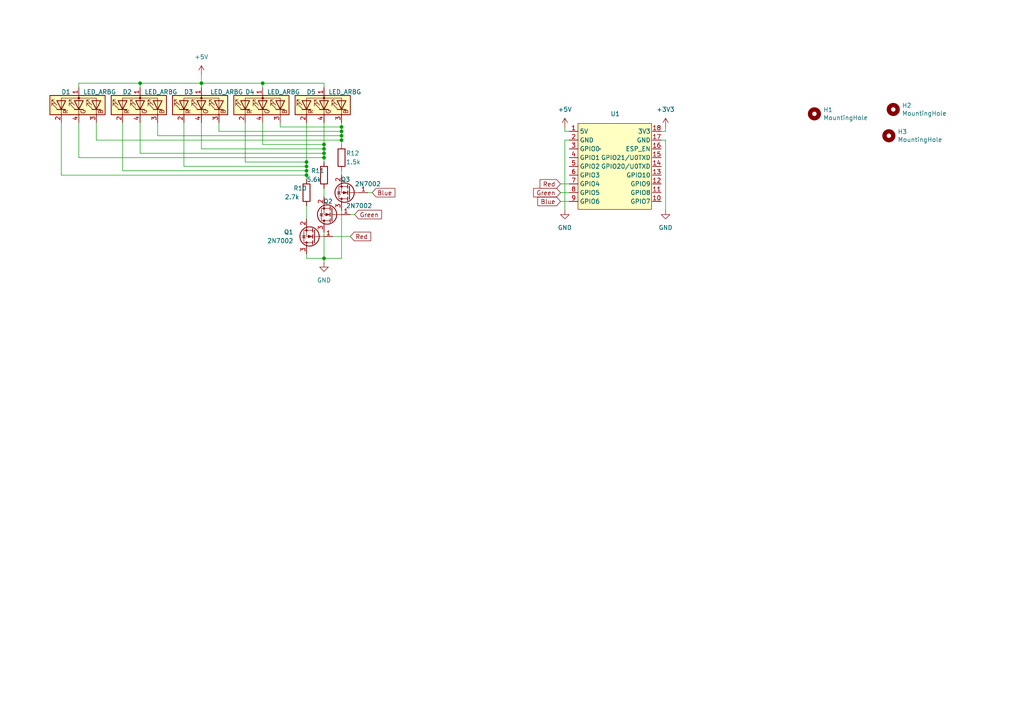
<source format=kicad_sch>
(kicad_sch (version 20230121) (generator eeschema)
  (paper "A4")
  (title_block (title "Rapid Training Target") (date "2023-06-07") (rev "A"))
  (lib_symbols
    (symbol "+5V_1" (power) (pin_names (offset 0))
      (property "Value" "+5V_1" (at 0 3.556 0))
      (symbol "+5V_1_0_1"
        (polyline (pts (xy -0.762 1.27) (xy 0 2.54)))
        (polyline (pts (xy 0 0) (xy 0 2.54)))
        (polyline (pts (xy 0 2.54) (xy 0.762 1.27)))
      )
      (symbol "+5V_1_1_1"
        (pin power_in line (at 0 0 90) (length 0) hide (name "+5V") (number "1"))
      )
    )
    (symbol "Device:LED_ARBG" (pin_names (offset 0) hide)
      (property "Reference" "D" (at 0 9.398 0))
      (property "Value" "LED_ARBG" (at 0 -8.89 0))
      (symbol "LED_ARBG_0_0"
        (text "B" (at -1.905 -6.35 0) (effects (font (size 1.27 1.27))))
        (text "G" (at -1.905 -1.27 0) (effects (font (size 1.27 1.27))))
        (text "R" (at -1.905 3.81 0) (effects (font (size 1.27 1.27))))
      )
      (symbol "LED_ARBG_0_1"
        (polyline (pts (xy -1.27 -5.08) (xy -2.54 -5.08)))
        (polyline (pts (xy -1.27 -5.08) (xy 1.27 -5.08)))
        (polyline (pts (xy -1.27 -3.81) (xy -1.27 -6.35)) (stroke (width 0.254)))
        (polyline (pts (xy -1.27 0) (xy -2.54 0)))
        (polyline (pts (xy -1.27 1.27) (xy -1.27 -1.27)) (stroke (width 0.254)))
        (polyline (pts (xy -1.27 5.08) (xy -2.54 5.08)))
        (polyline (pts (xy -1.27 5.08) (xy 1.27 5.08)))
        (polyline (pts (xy -1.27 6.35) (xy -1.27 3.81)) (stroke (width 0.254)))
        (polyline (pts (xy 1.27 0) (xy -1.27 0)))
        (polyline (pts (xy 1.27 0) (xy 2.54 0)))
        (polyline (pts (xy -1.27 1.27) (xy -1.27 -1.27) (xy -1.27 -1.27)))
        (polyline (pts (xy -1.27 6.35) (xy -1.27 3.81) (xy -1.27 3.81)))
        (polyline (pts (xy 1.27 -5.08) (xy 2.032 -5.08) (xy 2.032 5.08) (xy 1.27 5.08)))
        (polyline (pts (xy 1.27 -3.81) (xy 1.27 -6.35) (xy -1.27 -5.08) (xy 1.27 -3.81)) (stroke (width 0.254)))
        (polyline (pts (xy 1.27 1.27) (xy 1.27 -1.27) (xy -1.27 0) (xy 1.27 1.27)) (stroke (width 0.254)))
        (polyline (pts (xy 1.27 6.35) (xy 1.27 3.81) (xy -1.27 5.08) (xy 1.27 6.35)) (stroke (width 0.254)))
        (polyline (pts (xy -1.016 -3.81) (xy 0.508 -2.286) (xy -0.254 -2.286) (xy 0.508 -2.286) (xy 0.508 -3.048)))
        (polyline (pts (xy -1.016 1.27) (xy 0.508 2.794) (xy -0.254 2.794) (xy 0.508 2.794) (xy 0.508 2.032)))
        (polyline (pts (xy -1.016 6.35) (xy 0.508 7.874) (xy -0.254 7.874) (xy 0.508 7.874) (xy 0.508 7.112)))
        (polyline (pts (xy 0 -3.81) (xy 1.524 -2.286) (xy 0.762 -2.286) (xy 1.524 -2.286) (xy 1.524 -3.048)))
        (polyline (pts (xy 0 1.27) (xy 1.524 2.794) (xy 0.762 2.794) (xy 1.524 2.794) (xy 1.524 2.032)))
        (polyline (pts (xy 0 6.35) (xy 1.524 7.874) (xy 0.762 7.874) (xy 1.524 7.874) (xy 1.524 7.112)))
        (rectangle (start 1.27 -1.27) (end 1.27 1.27))
        (rectangle (start 1.27 1.27) (end 1.27 1.27))
        (rectangle (start 1.27 3.81) (end 1.27 6.35))
        (rectangle (start 1.27 6.35) (end 1.27 6.35))
        (circle (center 2.032 0) (radius 0.254) (fill (type outline)))
        (rectangle (start 2.794 8.382) (end -2.794 -7.62) (stroke (width 0.254)) (fill (type background)))
      )
      (symbol "LED_ARBG_1_1"
        (pin passive line (at 5.08 0 180) (length 2.54) (name "A") (number "1"))
        (pin passive line (at -5.08 5.08 0) (length 2.54) (name "RK") (number "2"))
        (pin passive line (at -5.08 -5.08 0) (length 2.54) (name "BK") (number "3"))
        (pin passive line (at -5.08 0 0) (length 2.54) (name "GK") (number "4"))
      )
    )
    (symbol "Device:R" (pin_numbers hide) (pin_names (offset 0))
      (property "Reference" "R" (at 2.032 0 90))
      (property "Value" "R" (at 0 0 90))
      (symbol "R_0_1"
        (rectangle (start -1.016 -2.54) (end 1.016 2.54) (stroke (width 0.254)))
      )
      (symbol "R_1_1"
        (pin passive line (at 0 3.81 270) (length 1.27) (name "~") (number "1"))
        (pin passive line (at 0 -3.81 90) (length 1.27) (name "~") (number "2"))
      )
    )
    (symbol "GND_1" (power) (pin_names (offset 0))
      (property "Value" "GND_1" (at 0 -3.81 0))
      (symbol "GND_1_0_1"
        (polyline (pts (xy 0 0) (xy 0 -1.27) (xy 1.27 -1.27) (xy 0 -2.54) (xy -1.27 -1.27) (xy 0 -1.27)))
      )
      (symbol "GND_1_1_1"
        (pin power_in line (at 0 0 270) (length 0) hide (name "GND") (number "1"))
      )
    )
    (symbol "Mechanical:MountingHole" (pin_names (offset 1.016))
      (property "Reference" "H" (at 0 5.08 0))
      (property "Value" "MountingHole" (at 0 3.175 0))
      (symbol "MountingHole_0_1"
        (circle (center 0 0) (radius 1.27) (stroke (width 1.27)))
      )
    )
    (symbol "Transistor_FET:2N7002" (pin_names hide)
      (property "Reference" "Q" (at 5.08 1.905 0))
      (property "Value" "2N7002" (at 5.08 0 0))
      (symbol "2N7002_0_1"
        (polyline (pts (xy 0.254 0) (xy -2.54 0)))
        (polyline (pts (xy 0.254 1.905) (xy 0.254 -1.905)) (stroke (width 0.254)))
        (polyline (pts (xy 0.762 -1.27) (xy 0.762 -2.286)) (stroke (width 0.254)))
        (polyline (pts (xy 0.762 0.508) (xy 0.762 -0.508)) (stroke (width 0.254)))
        (polyline (pts (xy 0.762 2.286) (xy 0.762 1.27)) (stroke (width 0.254)))
        (polyline (pts (xy 2.54 2.54) (xy 2.54 1.778)))
        (polyline (pts (xy 2.54 -2.54) (xy 2.54 0) (xy 0.762 0)))
        (polyline (pts (xy 0.762 -1.778) (xy 3.302 -1.778) (xy 3.302 1.778) (xy 0.762 1.778)))
        (polyline (pts (xy 1.016 0) (xy 2.032 0.381) (xy 2.032 -0.381) (xy 1.016 0)) (fill (type outline)))
        (polyline (pts (xy 2.794 0.508) (xy 2.921 0.381) (xy 3.683 0.381) (xy 3.81 0.254)))
        (polyline (pts (xy 3.302 0.381) (xy 2.921 -0.254) (xy 3.683 -0.254) (xy 3.302 0.381)))
        (circle (center 1.651 0) (radius 2.794) (stroke (width 0.254)))
        (circle (center 2.54 -1.778) (radius 0.254) (fill (type outline)))
        (circle (center 2.54 1.778) (radius 0.254) (fill (type outline)))
      )
      (symbol "2N7002_1_1"
        (pin input line (at -5.08 0 0) (length 2.54) (name "G") (number "1"))
        (pin passive line (at 2.54 -5.08 90) (length 2.54) (name "S") (number "2"))
        (pin passive line (at 2.54 5.08 270) (length 2.54) (name "D") (number "3"))
      )
    )
    (symbol "personal2:ESP32-C3_DevKit_Rev_A"
      (property "Reference" "U" (at -8.382 8.382 0))
      (symbol "ESP32-C3_DevKit_Rev_A_1_1"
        (rectangle (start -6.35 7.366) (end 14.986 -17.526) (fill (type background)))
        (pin input line (at -8.89 5.08 0) (length 2.54) (name "5V") (number "1"))
        (pin input line (at 17.78 -15.24 180) (length 2.54) (name "GPIO7") (number "10"))
        (pin input line (at 17.78 -12.7 180) (length 2.54) (name "GPIO8") (number "11"))
        (pin input line (at 17.78 -10.16 180) (length 2.54) (name "GPIO9") (number "12"))
        (pin input line (at 17.78 -7.62 180) (length 2.54) (name "GPIO10") (number "13"))
        (pin input line (at 17.78 -5.08 180) (length 2.54) (name "GPIO20/U0TXD") (number "14"))
        (pin input line (at 17.78 -2.54 180) (length 2.54) (name "GPIO21/U0TXD") (number "15"))
        (pin input line (at 17.78 0 180) (length 2.54) (name "ESP_EN") (number "16"))
        (pin input line (at 17.78 2.54 180) (length 2.54) (name "GND") (number "17"))
        (pin input line (at 17.78 5.08 180) (length 2.54) (name "3V3") (number "18"))
        (pin input line (at -8.89 2.54 0) (length 2.54) (name "GND") (number "2"))
        (pin input line (at -8.89 0 0) (length 2.54) (name "GPIO0") (number "3"))
        (pin input line (at -8.89 -2.54 0) (length 2.54) (name "GPIO1") (number "4"))
        (pin input line (at -8.89 -5.08 0) (length 2.54) (name "GPIO2") (number "5"))
        (pin input line (at -8.89 -7.62 0) (length 2.54) (name "GPIO3") (number "6"))
        (pin input line (at -8.89 -10.16 0) (length 2.54) (name "GPIO4") (number "7"))
        (pin input line (at -8.89 -12.7 0) (length 2.54) (name "GPIO5") (number "8"))
        (pin input line (at -8.89 -15.24 0) (length 2.54) (name "GPIO6") (number "9"))
      )
    )
    (symbol "power:+3V3" (power) (pin_names (offset 0))
      (property "Value" "+3V3" (at 0 3.556 0))
      (symbol "+3V3_0_1"
        (polyline (pts (xy -0.762 1.27) (xy 0 2.54)))
        (polyline (pts (xy 0 0) (xy 0 2.54)))
        (polyline (pts (xy 0 2.54) (xy 0.762 1.27)))
      )
      (symbol "+3V3_1_1"
        (pin power_in line (at 0 0 90) (length 0) hide (name "+3V3") (number "1"))
      )
    )
    (symbol "power:+5V" (power) (pin_names (offset 0))
      (property "Value" "+5V" (at 0 3.556 0))
      (symbol "+5V_0_1"
        (polyline (pts (xy -0.762 1.27) (xy 0 2.54)))
        (polyline (pts (xy 0 0) (xy 0 2.54)))
        (polyline (pts (xy 0 2.54) (xy 0.762 1.27)))
      )
      (symbol "+5V_1_1"
        (pin power_in line (at 0 0 90) (length 0) hide (name "+5V") (number "1"))
      )
    )
    (symbol "power:GND" (power) (pin_names (offset 0))
      (property "Value" "GND" (at 0 -3.81 0))
      (symbol "GND_0_1"
        (polyline (pts (xy 0 0) (xy 0 -1.27) (xy 1.27 -1.27) (xy 0 -2.54) (xy -1.27 -1.27) (xy 0 -1.27)))
      )
      (symbol "GND_1_1"
        (pin power_in line (at 0 0 270) (length 0) hide (name "GND") (number "1"))
      )
    )
  )
  (junction (at 76.2 24.13))
  (junction (at 88.9 49.53))
  (junction (at 99.06 39.37))
  (junction (at 88.9 50.8))
  (junction (at 88.9 48.26))
  (junction (at 58.42 24.13))
  (junction (at 93.98 44.45))
  (junction (at 99.06 36.83))
  (junction (at 93.98 41.91))
  (junction (at 93.98 43.18))
  (junction (at 99.06 38.1))
  (junction (at 99.06 40.64))
  (junction (at 88.9 46.99))
  (junction (at 93.98 45.72))
  (junction (at 40.64 24.13))
  (junction (at 93.98 74.93))
  (wire (pts (xy 58.42 21.59) (xy 58.42 24.13)))
  (wire (pts (xy 71.12 35.56) (xy 71.12 46.99)))
  (wire (pts (xy 93.98 41.91) (xy 93.98 43.18)))
  (wire (pts (xy 193.04 60.96) (xy 193.04 40.64)))
  (wire (pts (xy 27.94 35.56) (xy 27.94 40.64)))
  (wire (pts (xy 99.06 35.56) (xy 99.06 36.83)))
  (wire (pts (xy 93.98 74.93) (xy 99.06 74.93)))
  (wire (pts (xy 162.56 55.88) (xy 165.1 55.88)))
  (wire (pts (xy 76.2 35.56) (xy 76.2 41.91)))
  (wire (pts (xy 93.98 74.93) (xy 93.98 76.2)))
  (wire (pts (xy 58.42 35.56) (xy 58.42 43.18)))
  (wire (pts (xy 93.98 67.31) (xy 93.98 74.93)))
  (wire (pts (xy 88.9 48.26) (xy 88.9 49.53)))
  (wire (pts (xy 22.86 35.56) (xy 22.86 45.72)))
  (wire (pts (xy 93.98 44.45) (xy 93.98 45.72)))
  (wire (pts (xy 193.04 40.64) (xy 191.77 40.64)))
  (wire (pts (xy 93.98 35.56) (xy 93.98 41.91)))
  (wire (pts (xy 63.5 35.56) (xy 63.5 38.1)))
  (wire (pts (xy 99.06 49.53) (xy 99.06 50.8)))
  (wire (pts (xy 88.9 74.93) (xy 93.98 74.93)))
  (wire (pts (xy 35.56 35.56) (xy 35.56 49.53)))
  (wire (pts (xy 106.68 55.88) (xy 107.95 55.88)))
  (wire (pts (xy 58.42 25.4) (xy 58.42 24.13)))
  (wire (pts (xy 99.06 39.37) (xy 99.06 40.64)))
  (wire (pts (xy 163.83 36.83) (xy 163.83 38.1)))
  (wire (pts (xy 162.56 53.34) (xy 165.1 53.34)))
  (wire (pts (xy 93.98 45.72) (xy 93.98 46.99)))
  (wire (pts (xy 76.2 25.4) (xy 76.2 24.13)))
  (wire (pts (xy 22.86 25.4) (xy 22.86 24.13)))
  (wire (pts (xy 17.78 50.8) (xy 88.9 50.8)))
  (wire (pts (xy 45.72 35.56) (xy 45.72 39.37)))
  (wire (pts (xy 193.04 36.83) (xy 193.04 38.1)))
  (wire (pts (xy 93.98 25.4) (xy 93.98 24.13)))
  (wire (pts (xy 53.34 48.26) (xy 88.9 48.26)))
  (wire (pts (xy 58.42 24.13) (xy 40.64 24.13)))
  (wire (pts (xy 63.5 38.1) (xy 99.06 38.1)))
  (wire (pts (xy 71.12 46.99) (xy 88.9 46.99)))
  (wire (pts (xy 22.86 24.13) (xy 40.64 24.13)))
  (wire (pts (xy 81.28 35.56) (xy 81.28 36.83)))
  (wire (pts (xy 193.04 38.1) (xy 191.77 38.1)))
  (wire (pts (xy 101.6 62.23) (xy 102.87 62.23)))
  (wire (pts (xy 88.9 59.69) (xy 88.9 63.5)))
  (wire (pts (xy 88.9 49.53) (xy 88.9 50.8)))
  (wire (pts (xy 40.64 44.45) (xy 93.98 44.45)))
  (wire (pts (xy 163.83 60.96) (xy 163.83 40.64)))
  (wire (pts (xy 81.28 36.83) (xy 99.06 36.83)))
  (wire (pts (xy 163.83 38.1) (xy 165.1 38.1)))
  (wire (pts (xy 53.34 35.56) (xy 53.34 48.26)))
  (wire (pts (xy 96.52 68.58) (xy 101.6 68.58)))
  (wire (pts (xy 88.9 74.93) (xy 88.9 73.66)))
  (wire (pts (xy 40.64 24.13) (xy 40.64 25.4)))
  (wire (pts (xy 22.86 45.72) (xy 93.98 45.72)))
  (wire (pts (xy 88.9 50.8) (xy 88.9 52.07)))
  (wire (pts (xy 163.83 40.64) (xy 165.1 40.64)))
  (wire (pts (xy 58.42 43.18) (xy 93.98 43.18)))
  (wire (pts (xy 99.06 60.96) (xy 99.06 74.93)))
  (wire (pts (xy 162.56 58.42) (xy 165.1 58.42)))
  (wire (pts (xy 17.78 35.56) (xy 17.78 50.8)))
  (wire (pts (xy 93.98 43.18) (xy 93.98 44.45)))
  (wire (pts (xy 27.94 40.64) (xy 99.06 40.64)))
  (wire (pts (xy 45.72 39.37) (xy 99.06 39.37)))
  (wire (pts (xy 35.56 49.53) (xy 88.9 49.53)))
  (wire (pts (xy 93.98 54.61) (xy 93.98 57.15)))
  (wire (pts (xy 76.2 24.13) (xy 93.98 24.13)))
  (wire (pts (xy 99.06 40.64) (xy 99.06 41.91)))
  (wire (pts (xy 40.64 35.56) (xy 40.64 44.45)))
  (wire (pts (xy 76.2 41.91) (xy 93.98 41.91)))
  (wire (pts (xy 99.06 36.83) (xy 99.06 38.1)))
  (wire (pts (xy 88.9 46.99) (xy 88.9 48.26)))
  (wire (pts (xy 88.9 35.56) (xy 88.9 46.99)))
  (wire (pts (xy 58.42 24.13) (xy 76.2 24.13)))
  (wire (pts (xy 99.06 38.1) (xy 99.06 39.37)))
  (global_label "Red" (shape input) (at 162.56 53.34 180) (property "Intersheetrefs" "${INTERSHEET_REFS}" (effects hide)))
  (global_label "Blue" (shape input) (at 107.95 55.88 0) (property "Intersheetrefs" "${INTERSHEET_REFS}" (effects hide)))
  (global_label "Red" (shape input) (at 101.6 68.58 0) (property "Intersheetrefs" "${INTERSHEET_REFS}" (effects hide)))
  (global_label "Green" (shape input) (at 102.87 62.23 0) (property "Intersheetrefs" "${INTERSHEET_REFS}" (effects hide)))
  (global_label "Blue" (shape input) (at 162.56 58.42 180) (property "Intersheetrefs" "${INTERSHEET_REFS}" (effects hide)))
  (global_label "Green" (shape input) (at 162.56 55.88 180) (property "Intersheetrefs" "${INTERSHEET_REFS}" (effects hide)))
  (symbol (lib_id "power:GND") (at 93.98 76.2 0) (unit 1)
    (property "Reference" "#PWR09" (effects hide))
    (property "Value" "GND" (at 93.98 81.28 0))
  )
  (symbol (lib_id "power:+5V") (at 58.42 21.59 0) (unit 1)
    (property "Reference" "#PWR03" (effects hide))
    (property "Value" "+5V" (at 58.42 16.51 0))
  )
  (symbol (lib_id "Device:LED_ARBG") (at 40.64 30.48 90) (unit 1)
    (property "Reference" "D2" (at 35.56 26.67 90) (effects (justify right)))
    (property "Value" "LED_ARBG" (at 41.91 26.67 90) (effects (justify right)))
    (property "Footprint" "Personal:DIODFN4_100X100X35L29X29N" (effects hide))
  )
  (symbol (lib_name "GND_1") (lib_id "power:GND") (at 163.83 60.96 0) (unit 1)
    (property "Reference" "#PWR02" (effects hide))
    (property "Value" "GND" (at 163.83 66.04 0))
  )
  (symbol (lib_id "Mechanical:MountingHole") (at 259.08 31.75 0) (unit 1)
    (property "Reference" "H2" (at 261.62 30.5816 0) (effects (justify left)))
    (property "Value" "MountingHole" (at 261.62 32.893 0) (effects (justify left)))
    (property "Footprint" "MountingHole:MountingHole_3.2mm_M3_DIN965_Pad" (effects hide))
  )
  (symbol (lib_id "Mechanical:MountingHole") (at 257.81 39.37 0) (unit 1)
    (property "Reference" "H3" (at 260.35 38.2016 0) (effects (justify left)))
    (property "Value" "MountingHole" (at 260.35 40.513 0) (effects (justify left)))
    (property "Footprint" "MountingHole:MountingHole_3.2mm_M3_DIN965_Pad" (effects hide))
  )
  (symbol (lib_id "Transistor_FET:2N7002") (at 96.52 62.23 180) (unit 1)
    (property "Reference" "Q2" (at 96.52 58.42 0) (effects (justify left)))
    (property "Value" "2N7002" (at 107.95 59.69 0) (effects (justify left)))
    (property "Footprint" "Package_TO_SOT_SMD:SOT-23" (effects hide))
    (property "Datasheet" "https://www.onsemi.com/pub/Collateral/NDS7002A-D.PDF" (effects hide))
  )
  (symbol (lib_id "Device:LED_ARBG") (at 93.98 30.48 90) (unit 1)
    (property "Reference" "D5" (at 88.9 26.67 90) (effects (justify right)))
    (property "Value" "LED_ARBG" (at 95.25 26.67 90) (effects (justify right)))
    (property "Footprint" "Personal:DIODFN4_100X100X35L29X29N" (effects hide))
  )
  (symbol (lib_id "Device:LED_ARBG") (at 76.2 30.48 90) (unit 1)
    (property "Reference" "D4" (at 71.12 26.67 90) (effects (justify right)))
    (property "Value" "LED_ARBG" (at 77.47 26.67 90) (effects (justify right)))
    (property "Footprint" "Personal:DIODFN4_100X100X35L29X29N" (effects hide))
  )
  (symbol (lib_id "Device:R") (at 88.9 55.88 0) (unit 1)
    (property "Reference" "R10" (at 85.09 54.61 0) (effects (justify left)))
    (property "Value" "2.7k" (at 82.55 57.15 0) (effects (justify left)))
    (property "Footprint" "Resistor_SMD:R_0603_1608Metric" (effects hide))
  )
  (symbol (lib_name "GND_1") (lib_id "power:GND") (at 193.04 60.96 0) (unit 1)
    (property "Reference" "#PWR01" (effects hide))
    (property "Value" "GND" (at 193.04 66.04 0))
  )
  (symbol (lib_id "Transistor_FET:2N7002") (at 101.6 55.88 180) (unit 1)
    (property "Reference" "Q3" (at 101.6 52.07 0) (effects (justify left)))
    (property "Value" "2N7002" (at 110.49 53.34 0) (effects (justify left)))
    (property "Footprint" "Package_TO_SOT_SMD:SOT-23" (effects hide))
    (property "Datasheet" "https://www.onsemi.com/pub/Collateral/NDS7002A-D.PDF" (effects hide))
  )
  (symbol (lib_name "+5V_1") (lib_id "power:+5V") (at 163.83 36.83 0) (unit 1)
    (property "Reference" "#PWR05" (effects hide))
    (property "Value" "+5V" (at 163.83 31.75 0))
  )
  (symbol (lib_id "Device:LED_ARBG") (at 58.42 30.48 90) (unit 1)
    (property "Reference" "D3" (at 53.34 26.67 90) (effects (justify right)))
    (property "Value" "LED_ARBG" (at 60.96 26.67 90) (effects (justify right)))
    (property "Footprint" "Personal:DIODFN4_100X100X35L29X29N" (effects hide))
  )
  (symbol (lib_id "Device:LED_ARBG") (at 22.86 30.48 90) (unit 1)
    (property "Reference" "D1" (at 17.78 26.67 90) (effects (justify right)))
    (property "Value" "LED_ARBG" (at 24.13 26.67 90) (effects (justify right)))
    (property "Footprint" "Personal:DIODFN4_100X100X35L29X29N" (effects hide))
  )
  (symbol (lib_id "Device:R") (at 99.06 45.72 0) (unit 1)
    (property "Reference" "R12" (at 100.33 44.45 0) (effects (justify left)))
    (property "Value" "1.5k" (at 100.33 46.99 0) (effects (justify left)))
    (property "Footprint" "Resistor_SMD:R_0603_1608Metric" (effects hide))
  )
  (symbol (lib_id "personal2:ESP32-C3_DevKit_Rev_A") (at 173.99 43.18 0) (unit 1)
    (property "Reference" "U1" (at 178.435 33.02 0))
    (property "Value" "~" (at 173.99 43.18 0))
    (property "Footprint" "Personal:ESP32-C3-DevKit" (effects hide))
  )
  (symbol (lib_id "Mechanical:MountingHole") (at 236.22 33.02 0) (unit 1)
    (property "Reference" "H1" (at 238.76 31.8516 0) (effects (justify left)))
    (property "Value" "MountingHole" (at 238.76 34.163 0) (effects (justify left)))
    (property "Footprint" "MountingHole:MountingHole_3.2mm_M3_DIN965_Pad" (effects hide))
  )
  (symbol (lib_id "Transistor_FET:2N7002") (at 91.44 68.58 180) (unit 1)
    (property "Reference" "Q1" (at 85.09 67.3099 0) (effects (justify left)))
    (property "Value" "2N7002" (at 85.09 69.8499 0) (effects (justify left)))
    (property "Footprint" "Package_TO_SOT_SMD:SOT-23" (effects hide))
    (property "Datasheet" "https://www.onsemi.com/pub/Collateral/NDS7002A-D.PDF" (effects hide))
  )
  (symbol (lib_id "power:+3V3") (at 193.04 36.83 0) (unit 1)
    (property "Reference" "#PWR04" (effects hide))
    (property "Value" "+3V3" (at 193.04 31.75 0))
  )
  (symbol (lib_id "Device:R") (at 93.98 50.8 0) (unit 1)
    (property "Reference" "R11" (at 90.17 49.53 0) (effects (justify left)))
    (property "Value" "5.6k" (at 88.9 52.07 0) (effects (justify left)))
    (property "Footprint" "Resistor_SMD:R_0603_1608Metric" (effects hide))
  )
)
</source>
